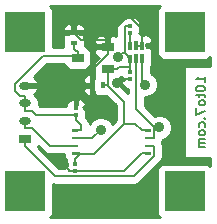
<source format=gbl>
G04 (created by PCBNEW-RS274X (2012-apr-16-27)-stable) date Sat 17 May 2014 12:29:47 BST*
G01*
G70*
G90*
%MOIN*%
G04 Gerber Fmt 3.4, Leading zero omitted, Abs format*
%FSLAX34Y34*%
G04 APERTURE LIST*
%ADD10C,0.006000*%
%ADD11C,0.006700*%
%ADD12R,0.039400X0.027600*%
%ADD13R,0.015700X0.023600*%
%ADD14R,0.023600X0.015700*%
%ADD15O,0.039400X0.027600*%
%ADD16R,0.133900X0.133900*%
%ADD17R,0.013800X0.031500*%
%ADD18R,0.015700X0.011800*%
%ADD19C,0.035000*%
%ADD20C,0.006800*%
%ADD21C,0.010000*%
G04 APERTURE END LIST*
G54D10*
G54D11*
X27450Y-27813D02*
X27450Y-27633D01*
X27450Y-27723D02*
X27135Y-27723D01*
X27180Y-27693D01*
X27210Y-27663D01*
X27225Y-27633D01*
X27135Y-28008D02*
X27135Y-28038D01*
X27150Y-28068D01*
X27165Y-28083D01*
X27195Y-28098D01*
X27255Y-28113D01*
X27330Y-28113D01*
X27390Y-28098D01*
X27420Y-28083D01*
X27435Y-28068D01*
X27450Y-28038D01*
X27450Y-28008D01*
X27435Y-27978D01*
X27420Y-27963D01*
X27390Y-27948D01*
X27330Y-27933D01*
X27255Y-27933D01*
X27195Y-27948D01*
X27165Y-27963D01*
X27150Y-27978D01*
X27135Y-28008D01*
X27240Y-28203D02*
X27240Y-28323D01*
X27135Y-28248D02*
X27405Y-28248D01*
X27435Y-28263D01*
X27450Y-28293D01*
X27450Y-28323D01*
X27450Y-28473D02*
X27435Y-28443D01*
X27420Y-28428D01*
X27390Y-28413D01*
X27300Y-28413D01*
X27270Y-28428D01*
X27255Y-28443D01*
X27240Y-28473D01*
X27240Y-28518D01*
X27255Y-28548D01*
X27270Y-28563D01*
X27300Y-28578D01*
X27390Y-28578D01*
X27420Y-28563D01*
X27435Y-28548D01*
X27450Y-28518D01*
X27450Y-28473D01*
X27135Y-28683D02*
X27135Y-28893D01*
X27450Y-28758D01*
X27420Y-29013D02*
X27435Y-29028D01*
X27450Y-29013D01*
X27435Y-28998D01*
X27420Y-29013D01*
X27450Y-29013D01*
X27435Y-29298D02*
X27450Y-29268D01*
X27450Y-29208D01*
X27435Y-29178D01*
X27420Y-29163D01*
X27390Y-29148D01*
X27300Y-29148D01*
X27270Y-29163D01*
X27255Y-29178D01*
X27240Y-29208D01*
X27240Y-29268D01*
X27255Y-29298D01*
X27450Y-29478D02*
X27435Y-29448D01*
X27420Y-29433D01*
X27390Y-29418D01*
X27300Y-29418D01*
X27270Y-29433D01*
X27255Y-29448D01*
X27240Y-29478D01*
X27240Y-29523D01*
X27255Y-29553D01*
X27270Y-29568D01*
X27300Y-29583D01*
X27390Y-29583D01*
X27420Y-29568D01*
X27435Y-29553D01*
X27450Y-29523D01*
X27450Y-29478D01*
X27450Y-29718D02*
X27240Y-29718D01*
X27270Y-29718D02*
X27255Y-29733D01*
X27240Y-29763D01*
X27240Y-29808D01*
X27255Y-29838D01*
X27285Y-29853D01*
X27450Y-29853D01*
X27285Y-29853D02*
X27255Y-29868D01*
X27240Y-29898D01*
X27240Y-29943D01*
X27255Y-29973D01*
X27285Y-29988D01*
X27450Y-29988D01*
G54D10*
G36*
X25660Y-29380D02*
X25660Y-29458D01*
X25444Y-29458D01*
X25444Y-29380D01*
X25660Y-29380D01*
X25660Y-29380D01*
G37*
G36*
X25660Y-29636D02*
X25660Y-29714D01*
X25444Y-29714D01*
X25444Y-29636D01*
X25660Y-29636D01*
X25660Y-29636D01*
G37*
G36*
X25660Y-29892D02*
X25660Y-29970D01*
X25444Y-29970D01*
X25444Y-29892D01*
X25660Y-29892D01*
X25660Y-29892D01*
G37*
G36*
X25660Y-30148D02*
X25660Y-30226D01*
X25444Y-30226D01*
X25444Y-30148D01*
X25660Y-30148D01*
X25660Y-30148D01*
G37*
G36*
X23220Y-30148D02*
X23220Y-30226D01*
X23004Y-30226D01*
X23004Y-30148D01*
X23220Y-30148D01*
X23220Y-30148D01*
G37*
G36*
X23220Y-29892D02*
X23220Y-29970D01*
X23004Y-29970D01*
X23004Y-29892D01*
X23220Y-29892D01*
X23220Y-29892D01*
G37*
G36*
X23220Y-29636D02*
X23220Y-29714D01*
X23004Y-29714D01*
X23004Y-29636D01*
X23220Y-29636D01*
X23220Y-29636D01*
G37*
G36*
X23220Y-29380D02*
X23220Y-29458D01*
X23004Y-29458D01*
X23004Y-29380D01*
X23220Y-29380D01*
X23220Y-29380D01*
G37*
G54D12*
X23201Y-27007D03*
X24201Y-27382D03*
X24201Y-26632D03*
G54D13*
X24055Y-27913D03*
X23701Y-27913D03*
G54D14*
X23070Y-26515D03*
X23070Y-26161D03*
G54D15*
X21457Y-27932D03*
G54D12*
X21457Y-29704D03*
G54D15*
X21457Y-28523D03*
X21457Y-29113D03*
X21457Y-29113D03*
X21457Y-28523D03*
G54D12*
X21457Y-29704D03*
G54D15*
X21457Y-27932D03*
G54D16*
X21457Y-31456D03*
X21457Y-26141D03*
X26772Y-26141D03*
X26772Y-31456D03*
G54D10*
G36*
X25226Y-27183D02*
X25088Y-27183D01*
X25088Y-26869D01*
X25226Y-26869D01*
X25226Y-27183D01*
X25226Y-27183D01*
G37*
G36*
X25226Y-26751D02*
X25088Y-26751D01*
X25088Y-26437D01*
X25226Y-26437D01*
X25226Y-26751D01*
X25226Y-26751D01*
G37*
G36*
X25423Y-27183D02*
X25285Y-27183D01*
X25285Y-26869D01*
X25423Y-26869D01*
X25423Y-27183D01*
X25423Y-27183D01*
G37*
G54D17*
X25354Y-26594D03*
X24960Y-27026D03*
X24960Y-26594D03*
G54D18*
X23110Y-30551D03*
X23110Y-30787D03*
X23151Y-28897D03*
X23151Y-28661D03*
X24961Y-27480D03*
X24961Y-27716D03*
X24961Y-25944D03*
X24961Y-26180D03*
G54D19*
X25931Y-29321D03*
X23977Y-29394D03*
X25441Y-27893D03*
X24540Y-26982D03*
X24522Y-27835D03*
X22764Y-30571D03*
G54D20*
X23070Y-26696D02*
X23140Y-26766D01*
X23070Y-26515D02*
X23070Y-26696D01*
X23151Y-29059D02*
X23323Y-29231D01*
X23112Y-29419D02*
X23323Y-29419D01*
X23151Y-28897D02*
X23151Y-29059D01*
X21831Y-28897D02*
X23151Y-28897D01*
X21698Y-28764D02*
X21831Y-28897D01*
X21457Y-28764D02*
X21698Y-28764D01*
X21457Y-28523D02*
X21457Y-28764D01*
X23140Y-26766D02*
X23201Y-26766D01*
X23201Y-27007D02*
X23201Y-26925D01*
X23201Y-26925D02*
X23201Y-26766D01*
X21296Y-28282D02*
X21457Y-28282D01*
X21108Y-28094D02*
X21296Y-28282D01*
X21108Y-27880D02*
X21108Y-28094D01*
X22063Y-26925D02*
X21108Y-27880D01*
X23201Y-26925D02*
X22063Y-26925D01*
X21457Y-28523D02*
X21457Y-28282D01*
X23323Y-29231D02*
X23323Y-29419D01*
X25552Y-29675D02*
X25763Y-29675D01*
X25157Y-27026D02*
X25157Y-28717D01*
X25157Y-28717D02*
X25763Y-29323D01*
X25929Y-29323D02*
X25763Y-29323D01*
X25931Y-29321D02*
X25929Y-29323D01*
X25763Y-29323D02*
X25763Y-29675D01*
X22462Y-30950D02*
X25096Y-30950D01*
X21457Y-29945D02*
X22462Y-30950D01*
X21457Y-29704D02*
X21457Y-29945D01*
X25552Y-29931D02*
X25763Y-29931D01*
X25763Y-30283D02*
X25763Y-29931D01*
X25096Y-30950D02*
X25763Y-30283D01*
X25354Y-27806D02*
X25441Y-27893D01*
X23977Y-29394D02*
X23696Y-29675D01*
X23696Y-29675D02*
X23112Y-29675D01*
X25354Y-27026D02*
X25354Y-27806D01*
X22275Y-29931D02*
X23112Y-29931D01*
X21698Y-29354D02*
X22275Y-29931D01*
X21457Y-29354D02*
X21698Y-29354D01*
X21457Y-29113D02*
X21457Y-29354D01*
X24961Y-27480D02*
X24961Y-27318D01*
X24961Y-25944D02*
X24779Y-25944D01*
X24960Y-27317D02*
X24961Y-27318D01*
X24960Y-27026D02*
X24960Y-27317D01*
X24960Y-27317D02*
X24566Y-27317D01*
X24566Y-27317D02*
X24501Y-27382D01*
X24201Y-27382D02*
X24501Y-27382D01*
X24055Y-27913D02*
X24163Y-27913D01*
X23112Y-30187D02*
X23258Y-30187D01*
X23110Y-30551D02*
X23110Y-30389D01*
X24779Y-25944D02*
X24779Y-26845D01*
X24677Y-26845D02*
X24540Y-26982D01*
X24779Y-26845D02*
X24677Y-26845D01*
X23743Y-30214D02*
X24752Y-29205D01*
X24752Y-29205D02*
X24752Y-28471D01*
X24752Y-28471D02*
X24194Y-27913D01*
X23285Y-30214D02*
X23743Y-30214D01*
X24779Y-26845D02*
X24960Y-27026D01*
X24752Y-29205D02*
X25126Y-29205D01*
X25126Y-29205D02*
X25340Y-29419D01*
X23285Y-30214D02*
X23110Y-30389D01*
X23258Y-30187D02*
X23285Y-30214D01*
X24201Y-27382D02*
X24201Y-27906D01*
X24201Y-27906D02*
X24194Y-27913D01*
X24194Y-27913D02*
X24163Y-27913D01*
X25552Y-29419D02*
X25340Y-29419D01*
X23701Y-27913D02*
X23701Y-27692D01*
X24201Y-26632D02*
X24201Y-26873D01*
X22764Y-30571D02*
X22928Y-30735D01*
X22928Y-30735D02*
X22928Y-30787D01*
X24201Y-26632D02*
X24201Y-26391D01*
X24201Y-26391D02*
X23300Y-26391D01*
X23300Y-26391D02*
X23070Y-26161D01*
X25157Y-26594D02*
X25354Y-26594D01*
X25552Y-30187D02*
X25340Y-30187D01*
X23110Y-30787D02*
X24740Y-30787D01*
X24740Y-30787D02*
X25340Y-30187D01*
X23095Y-30787D02*
X23110Y-30787D01*
X23095Y-30787D02*
X22928Y-30787D01*
X23151Y-28243D02*
X23189Y-28243D01*
X25354Y-26047D02*
X24919Y-25612D01*
X22840Y-27932D02*
X23151Y-28243D01*
X24919Y-25612D02*
X24893Y-25612D01*
X24893Y-25612D02*
X24201Y-26304D01*
X24201Y-26304D02*
X24201Y-26391D01*
X23701Y-27692D02*
X23701Y-27373D01*
X23701Y-27373D02*
X24201Y-26873D01*
X23189Y-28243D02*
X23519Y-27913D01*
X21457Y-27932D02*
X22840Y-27932D01*
X23151Y-28243D02*
X23151Y-28499D01*
X23701Y-27913D02*
X23519Y-27913D01*
X23151Y-28661D02*
X23151Y-28499D01*
X24522Y-27835D02*
X24660Y-27835D01*
X24660Y-27835D02*
X24779Y-27716D01*
X24961Y-27716D02*
X24779Y-27716D01*
X25354Y-26594D02*
X25354Y-26047D01*
X24960Y-26342D02*
X24960Y-26594D01*
X24961Y-26342D02*
X24960Y-26342D01*
X24961Y-26180D02*
X24961Y-26342D01*
G54D10*
G36*
X22808Y-30382D02*
X22783Y-30442D01*
X22783Y-30541D01*
X22783Y-30659D01*
X22785Y-30666D01*
X22580Y-30666D01*
X21874Y-29960D01*
X21882Y-29940D01*
X22074Y-30132D01*
X22166Y-30193D01*
X22167Y-30193D01*
X22275Y-30215D01*
X22755Y-30215D01*
X22755Y-30275D01*
X22793Y-30367D01*
X22808Y-30382D01*
X22808Y-30382D01*
G37*
G54D21*
X22808Y-30382D02*
X22783Y-30442D01*
X22783Y-30541D01*
X22783Y-30659D01*
X22785Y-30666D01*
X22580Y-30666D01*
X21874Y-29960D01*
X21882Y-29940D01*
X22074Y-30132D01*
X22166Y-30193D01*
X22167Y-30193D01*
X22275Y-30215D01*
X22755Y-30215D01*
X22755Y-30275D01*
X22793Y-30367D01*
X22808Y-30382D01*
G54D10*
G36*
X24873Y-28190D02*
X24485Y-27802D01*
X24485Y-27753D01*
X24539Y-27731D01*
X24609Y-27661D01*
X24618Y-27638D01*
X24635Y-27627D01*
X24660Y-27652D01*
X24672Y-27680D01*
X24737Y-27745D01*
X24695Y-27745D01*
X24633Y-27807D01*
X24634Y-27824D01*
X24672Y-27916D01*
X24742Y-27986D01*
X24833Y-28024D01*
X24861Y-28024D01*
X24861Y-28025D01*
X24873Y-28025D01*
X24873Y-28190D01*
X24873Y-28190D01*
G37*
G54D21*
X24873Y-28190D02*
X24485Y-27802D01*
X24485Y-27753D01*
X24539Y-27731D01*
X24609Y-27661D01*
X24618Y-27638D01*
X24635Y-27627D01*
X24660Y-27652D01*
X24672Y-27680D01*
X24737Y-27745D01*
X24695Y-27745D01*
X24633Y-27807D01*
X24634Y-27824D01*
X24672Y-27916D01*
X24742Y-27986D01*
X24833Y-28024D01*
X24861Y-28024D01*
X24861Y-28025D01*
X24873Y-28025D01*
X24873Y-28190D01*
G54D10*
G36*
X27628Y-30622D02*
X27582Y-30576D01*
X27491Y-30538D01*
X27392Y-30538D01*
X26054Y-30538D01*
X25962Y-30576D01*
X25892Y-30646D01*
X25854Y-30737D01*
X25854Y-30836D01*
X25854Y-32174D01*
X25892Y-32266D01*
X25938Y-32312D01*
X22291Y-32312D01*
X22337Y-32266D01*
X22375Y-32175D01*
X22375Y-32076D01*
X22375Y-31216D01*
X22462Y-31234D01*
X25096Y-31234D01*
X25204Y-31212D01*
X25205Y-31212D01*
X25297Y-31151D01*
X25964Y-30484D01*
X26025Y-30392D01*
X26025Y-30391D01*
X26047Y-30283D01*
X26047Y-29931D01*
X26025Y-29822D01*
X26012Y-29803D01*
X26025Y-29784D01*
X26034Y-29738D01*
X26171Y-29682D01*
X26291Y-29562D01*
X26356Y-29406D01*
X26356Y-29237D01*
X26292Y-29081D01*
X26172Y-28961D01*
X26016Y-28896D01*
X25847Y-28896D01*
X25769Y-28927D01*
X25441Y-28599D01*
X25441Y-28318D01*
X25525Y-28318D01*
X25681Y-28254D01*
X25801Y-28134D01*
X25866Y-27978D01*
X25866Y-27809D01*
X25802Y-27653D01*
X25682Y-27533D01*
X25638Y-27514D01*
X25638Y-27314D01*
X25672Y-27233D01*
X25672Y-27134D01*
X25672Y-26820D01*
X25667Y-26810D01*
X25672Y-26800D01*
X25673Y-26706D01*
X25611Y-26644D01*
X25530Y-26644D01*
X25475Y-26620D01*
X25475Y-26544D01*
X25611Y-26544D01*
X25673Y-26482D01*
X25672Y-26388D01*
X25634Y-26296D01*
X25564Y-26226D01*
X25473Y-26188D01*
X25449Y-26188D01*
X25389Y-26248D01*
X25367Y-26226D01*
X25288Y-26193D01*
X25288Y-26190D01*
X25288Y-26188D01*
X25276Y-26188D01*
X25259Y-26188D01*
X25258Y-26187D01*
X25288Y-26187D01*
X25288Y-26072D01*
X25284Y-26062D01*
X25288Y-26053D01*
X25288Y-25954D01*
X25288Y-25836D01*
X25250Y-25744D01*
X25180Y-25674D01*
X25089Y-25636D01*
X24990Y-25636D01*
X24834Y-25636D01*
X24772Y-25661D01*
X24670Y-25682D01*
X24578Y-25743D01*
X24517Y-25835D01*
X24495Y-25944D01*
X24495Y-26264D01*
X24448Y-26245D01*
X24349Y-26245D01*
X24313Y-26244D01*
X24251Y-26306D01*
X24251Y-26532D01*
X24251Y-26582D01*
X24251Y-26670D01*
X24239Y-26682D01*
X24151Y-26682D01*
X24151Y-26582D01*
X24151Y-26306D01*
X24089Y-26244D01*
X24053Y-26245D01*
X23954Y-26245D01*
X23863Y-26283D01*
X23793Y-26353D01*
X23755Y-26445D01*
X23754Y-26520D01*
X23816Y-26582D01*
X24151Y-26582D01*
X24151Y-26682D01*
X24101Y-26682D01*
X23816Y-26682D01*
X23754Y-26744D01*
X23755Y-26819D01*
X23793Y-26911D01*
X23863Y-26981D01*
X23925Y-27007D01*
X23863Y-27033D01*
X23793Y-27103D01*
X23755Y-27194D01*
X23755Y-27293D01*
X23755Y-27569D01*
X23761Y-27585D01*
X23740Y-27607D01*
X23740Y-27716D01*
X23728Y-27745D01*
X23728Y-27844D01*
X23728Y-28080D01*
X23740Y-28109D01*
X23740Y-28219D01*
X23802Y-28281D01*
X23828Y-28280D01*
X23877Y-28259D01*
X23927Y-28280D01*
X24026Y-28280D01*
X24159Y-28280D01*
X24468Y-28589D01*
X24468Y-29087D01*
X24356Y-29199D01*
X24338Y-29154D01*
X24218Y-29034D01*
X24062Y-28969D01*
X23893Y-28969D01*
X23737Y-29033D01*
X23662Y-29108D01*
X23662Y-28219D01*
X23662Y-27963D01*
X23662Y-27863D01*
X23662Y-27607D01*
X23600Y-27545D01*
X23574Y-27546D01*
X23482Y-27584D01*
X23412Y-27654D01*
X23374Y-27745D01*
X23374Y-27802D01*
X23435Y-27863D01*
X23662Y-27863D01*
X23662Y-27963D01*
X23435Y-27963D01*
X23374Y-28024D01*
X23374Y-28081D01*
X23412Y-28172D01*
X23482Y-28242D01*
X23574Y-28280D01*
X23600Y-28281D01*
X23662Y-28219D01*
X23662Y-29108D01*
X23617Y-29153D01*
X23599Y-29194D01*
X23585Y-29123D01*
X23585Y-29122D01*
X23524Y-29030D01*
X23478Y-28984D01*
X23478Y-28907D01*
X23478Y-28789D01*
X23473Y-28779D01*
X23478Y-28769D01*
X23479Y-28752D01*
X23451Y-28724D01*
X23440Y-28697D01*
X23375Y-28632D01*
X23417Y-28632D01*
X23479Y-28570D01*
X23478Y-28553D01*
X23440Y-28461D01*
X23370Y-28391D01*
X23279Y-28353D01*
X23251Y-28353D01*
X23190Y-28414D01*
X23190Y-28589D01*
X23180Y-28589D01*
X23112Y-28589D01*
X23112Y-28414D01*
X23051Y-28353D01*
X23023Y-28353D01*
X22932Y-28391D01*
X22862Y-28461D01*
X22824Y-28553D01*
X22823Y-28561D01*
X22823Y-28570D01*
X22823Y-28613D01*
X21949Y-28613D01*
X21905Y-28569D01*
X21905Y-28448D01*
X21847Y-28308D01*
X21759Y-28220D01*
X21822Y-28166D01*
X21887Y-28041D01*
X21838Y-27982D01*
X21557Y-27982D01*
X21507Y-27982D01*
X21407Y-27982D01*
X21507Y-27882D01*
X21557Y-27882D01*
X21838Y-27882D01*
X21887Y-27823D01*
X21822Y-27698D01*
X21752Y-27637D01*
X22180Y-27209D01*
X22761Y-27209D01*
X22793Y-27286D01*
X22863Y-27356D01*
X22954Y-27394D01*
X23053Y-27394D01*
X23447Y-27394D01*
X23539Y-27356D01*
X23609Y-27286D01*
X23647Y-27195D01*
X23647Y-27096D01*
X23647Y-26820D01*
X23609Y-26728D01*
X23539Y-26658D01*
X23448Y-26620D01*
X23438Y-26620D01*
X23437Y-26617D01*
X23437Y-26544D01*
X23437Y-26388D01*
X23416Y-26338D01*
X23437Y-26288D01*
X23438Y-26262D01*
X23438Y-26060D01*
X23437Y-26034D01*
X23399Y-25942D01*
X23329Y-25872D01*
X23238Y-25834D01*
X23181Y-25834D01*
X23120Y-25895D01*
X23120Y-26122D01*
X23376Y-26122D01*
X23438Y-26060D01*
X23438Y-26262D01*
X23376Y-26200D01*
X23266Y-26200D01*
X23238Y-26188D01*
X23139Y-26188D01*
X23020Y-26188D01*
X23020Y-26122D01*
X23020Y-25895D01*
X22959Y-25834D01*
X22902Y-25834D01*
X22811Y-25872D01*
X22741Y-25942D01*
X22703Y-26034D01*
X22702Y-26060D01*
X22764Y-26122D01*
X23020Y-26122D01*
X23020Y-26188D01*
X22903Y-26188D01*
X22873Y-26200D01*
X22764Y-26200D01*
X22702Y-26262D01*
X22703Y-26288D01*
X22723Y-26337D01*
X22703Y-26387D01*
X22703Y-26486D01*
X22703Y-26641D01*
X22375Y-26641D01*
X22375Y-25423D01*
X22337Y-25331D01*
X22291Y-25285D01*
X25938Y-25285D01*
X25892Y-25331D01*
X25854Y-25422D01*
X25854Y-25521D01*
X25854Y-26859D01*
X25892Y-26951D01*
X25962Y-27021D01*
X26053Y-27059D01*
X26152Y-27059D01*
X27490Y-27059D01*
X27582Y-27021D01*
X27628Y-26975D01*
X27628Y-27290D01*
X26753Y-27290D01*
X26753Y-30346D01*
X27628Y-30346D01*
X27628Y-30622D01*
X27628Y-30622D01*
G37*
G54D21*
X27628Y-30622D02*
X27582Y-30576D01*
X27491Y-30538D01*
X27392Y-30538D01*
X26054Y-30538D01*
X25962Y-30576D01*
X25892Y-30646D01*
X25854Y-30737D01*
X25854Y-30836D01*
X25854Y-32174D01*
X25892Y-32266D01*
X25938Y-32312D01*
X22291Y-32312D01*
X22337Y-32266D01*
X22375Y-32175D01*
X22375Y-32076D01*
X22375Y-31216D01*
X22462Y-31234D01*
X25096Y-31234D01*
X25204Y-31212D01*
X25205Y-31212D01*
X25297Y-31151D01*
X25964Y-30484D01*
X26025Y-30392D01*
X26025Y-30391D01*
X26047Y-30283D01*
X26047Y-29931D01*
X26025Y-29822D01*
X26012Y-29803D01*
X26025Y-29784D01*
X26034Y-29738D01*
X26171Y-29682D01*
X26291Y-29562D01*
X26356Y-29406D01*
X26356Y-29237D01*
X26292Y-29081D01*
X26172Y-28961D01*
X26016Y-28896D01*
X25847Y-28896D01*
X25769Y-28927D01*
X25441Y-28599D01*
X25441Y-28318D01*
X25525Y-28318D01*
X25681Y-28254D01*
X25801Y-28134D01*
X25866Y-27978D01*
X25866Y-27809D01*
X25802Y-27653D01*
X25682Y-27533D01*
X25638Y-27514D01*
X25638Y-27314D01*
X25672Y-27233D01*
X25672Y-27134D01*
X25672Y-26820D01*
X25667Y-26810D01*
X25672Y-26800D01*
X25673Y-26706D01*
X25611Y-26644D01*
X25530Y-26644D01*
X25475Y-26620D01*
X25475Y-26544D01*
X25611Y-26544D01*
X25673Y-26482D01*
X25672Y-26388D01*
X25634Y-26296D01*
X25564Y-26226D01*
X25473Y-26188D01*
X25449Y-26188D01*
X25389Y-26248D01*
X25367Y-26226D01*
X25288Y-26193D01*
X25288Y-26190D01*
X25288Y-26188D01*
X25276Y-26188D01*
X25259Y-26188D01*
X25258Y-26187D01*
X25288Y-26187D01*
X25288Y-26072D01*
X25284Y-26062D01*
X25288Y-26053D01*
X25288Y-25954D01*
X25288Y-25836D01*
X25250Y-25744D01*
X25180Y-25674D01*
X25089Y-25636D01*
X24990Y-25636D01*
X24834Y-25636D01*
X24772Y-25661D01*
X24670Y-25682D01*
X24578Y-25743D01*
X24517Y-25835D01*
X24495Y-25944D01*
X24495Y-26264D01*
X24448Y-26245D01*
X24349Y-26245D01*
X24313Y-26244D01*
X24251Y-26306D01*
X24251Y-26532D01*
X24251Y-26582D01*
X24251Y-26670D01*
X24239Y-26682D01*
X24151Y-26682D01*
X24151Y-26582D01*
X24151Y-26306D01*
X24089Y-26244D01*
X24053Y-26245D01*
X23954Y-26245D01*
X23863Y-26283D01*
X23793Y-26353D01*
X23755Y-26445D01*
X23754Y-26520D01*
X23816Y-26582D01*
X24151Y-26582D01*
X24151Y-26682D01*
X24101Y-26682D01*
X23816Y-26682D01*
X23754Y-26744D01*
X23755Y-26819D01*
X23793Y-26911D01*
X23863Y-26981D01*
X23925Y-27007D01*
X23863Y-27033D01*
X23793Y-27103D01*
X23755Y-27194D01*
X23755Y-27293D01*
X23755Y-27569D01*
X23761Y-27585D01*
X23740Y-27607D01*
X23740Y-27716D01*
X23728Y-27745D01*
X23728Y-27844D01*
X23728Y-28080D01*
X23740Y-28109D01*
X23740Y-28219D01*
X23802Y-28281D01*
X23828Y-28280D01*
X23877Y-28259D01*
X23927Y-28280D01*
X24026Y-28280D01*
X24159Y-28280D01*
X24468Y-28589D01*
X24468Y-29087D01*
X24356Y-29199D01*
X24338Y-29154D01*
X24218Y-29034D01*
X24062Y-28969D01*
X23893Y-28969D01*
X23737Y-29033D01*
X23662Y-29108D01*
X23662Y-28219D01*
X23662Y-27963D01*
X23662Y-27863D01*
X23662Y-27607D01*
X23600Y-27545D01*
X23574Y-27546D01*
X23482Y-27584D01*
X23412Y-27654D01*
X23374Y-27745D01*
X23374Y-27802D01*
X23435Y-27863D01*
X23662Y-27863D01*
X23662Y-27963D01*
X23435Y-27963D01*
X23374Y-28024D01*
X23374Y-28081D01*
X23412Y-28172D01*
X23482Y-28242D01*
X23574Y-28280D01*
X23600Y-28281D01*
X23662Y-28219D01*
X23662Y-29108D01*
X23617Y-29153D01*
X23599Y-29194D01*
X23585Y-29123D01*
X23585Y-29122D01*
X23524Y-29030D01*
X23478Y-28984D01*
X23478Y-28907D01*
X23478Y-28789D01*
X23473Y-28779D01*
X23478Y-28769D01*
X23479Y-28752D01*
X23451Y-28724D01*
X23440Y-28697D01*
X23375Y-28632D01*
X23417Y-28632D01*
X23479Y-28570D01*
X23478Y-28553D01*
X23440Y-28461D01*
X23370Y-28391D01*
X23279Y-28353D01*
X23251Y-28353D01*
X23190Y-28414D01*
X23190Y-28589D01*
X23180Y-28589D01*
X23112Y-28589D01*
X23112Y-28414D01*
X23051Y-28353D01*
X23023Y-28353D01*
X22932Y-28391D01*
X22862Y-28461D01*
X22824Y-28553D01*
X22823Y-28561D01*
X22823Y-28570D01*
X22823Y-28613D01*
X21949Y-28613D01*
X21905Y-28569D01*
X21905Y-28448D01*
X21847Y-28308D01*
X21759Y-28220D01*
X21822Y-28166D01*
X21887Y-28041D01*
X21838Y-27982D01*
X21557Y-27982D01*
X21507Y-27982D01*
X21407Y-27982D01*
X21507Y-27882D01*
X21557Y-27882D01*
X21838Y-27882D01*
X21887Y-27823D01*
X21822Y-27698D01*
X21752Y-27637D01*
X22180Y-27209D01*
X22761Y-27209D01*
X22793Y-27286D01*
X22863Y-27356D01*
X22954Y-27394D01*
X23053Y-27394D01*
X23447Y-27394D01*
X23539Y-27356D01*
X23609Y-27286D01*
X23647Y-27195D01*
X23647Y-27096D01*
X23647Y-26820D01*
X23609Y-26728D01*
X23539Y-26658D01*
X23448Y-26620D01*
X23438Y-26620D01*
X23437Y-26617D01*
X23437Y-26544D01*
X23437Y-26388D01*
X23416Y-26338D01*
X23437Y-26288D01*
X23438Y-26262D01*
X23438Y-26060D01*
X23437Y-26034D01*
X23399Y-25942D01*
X23329Y-25872D01*
X23238Y-25834D01*
X23181Y-25834D01*
X23120Y-25895D01*
X23120Y-26122D01*
X23376Y-26122D01*
X23438Y-26060D01*
X23438Y-26262D01*
X23376Y-26200D01*
X23266Y-26200D01*
X23238Y-26188D01*
X23139Y-26188D01*
X23020Y-26188D01*
X23020Y-26122D01*
X23020Y-25895D01*
X22959Y-25834D01*
X22902Y-25834D01*
X22811Y-25872D01*
X22741Y-25942D01*
X22703Y-26034D01*
X22702Y-26060D01*
X22764Y-26122D01*
X23020Y-26122D01*
X23020Y-26188D01*
X22903Y-26188D01*
X22873Y-26200D01*
X22764Y-26200D01*
X22702Y-26262D01*
X22703Y-26288D01*
X22723Y-26337D01*
X22703Y-26387D01*
X22703Y-26486D01*
X22703Y-26641D01*
X22375Y-26641D01*
X22375Y-25423D01*
X22337Y-25331D01*
X22291Y-25285D01*
X25938Y-25285D01*
X25892Y-25331D01*
X25854Y-25422D01*
X25854Y-25521D01*
X25854Y-26859D01*
X25892Y-26951D01*
X25962Y-27021D01*
X26053Y-27059D01*
X26152Y-27059D01*
X27490Y-27059D01*
X27582Y-27021D01*
X27628Y-26975D01*
X27628Y-27290D01*
X26753Y-27290D01*
X26753Y-30346D01*
X27628Y-30346D01*
X27628Y-30622D01*
M02*

</source>
